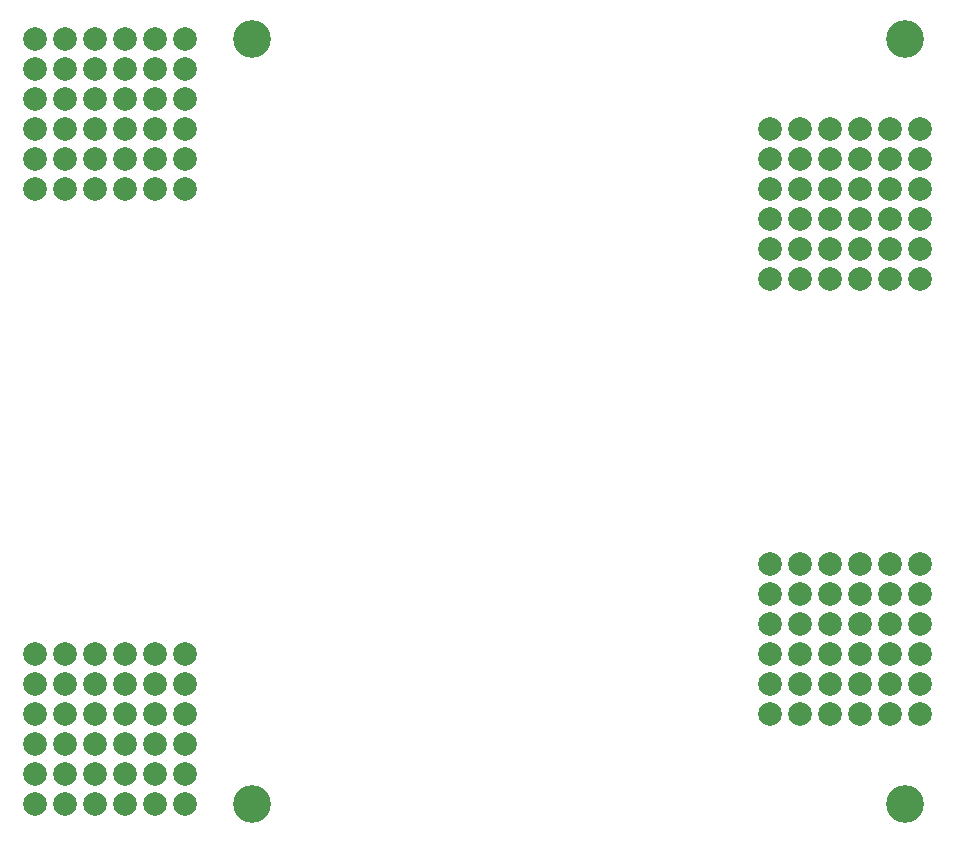
<source format=gbr>
%TF.GenerationSoftware,KiCad,Pcbnew,7.0.10-7.0.10~ubuntu22.04.1*%
%TF.CreationDate,2024-07-09T14:14:33-04:00*%
%TF.ProjectId,IcePSMNR55,49636550-534d-44e5-9235-352e6b696361,rev?*%
%TF.SameCoordinates,Original*%
%TF.FileFunction,Soldermask,Bot*%
%TF.FilePolarity,Negative*%
%FSLAX46Y46*%
G04 Gerber Fmt 4.6, Leading zero omitted, Abs format (unit mm)*
G04 Created by KiCad (PCBNEW 7.0.10-7.0.10~ubuntu22.04.1) date 2024-07-09 14:14:33*
%MOMM*%
%LPD*%
G01*
G04 APERTURE LIST*
%ADD10C,2.004000*%
%ADD11C,3.200000*%
G04 APERTURE END LIST*
D10*
%TO.C,M4*%
X101600000Y-45720000D03*
X104140000Y-45720000D03*
X106680000Y-45720000D03*
X109220000Y-45720000D03*
X111760000Y-45720000D03*
X114300000Y-45720000D03*
X114300000Y-48260000D03*
X111760000Y-48260000D03*
X109220000Y-48260000D03*
X106680000Y-48260000D03*
X104140000Y-48260000D03*
X101600000Y-48260000D03*
X101600000Y-50800000D03*
X104140000Y-50800000D03*
X106680000Y-50800000D03*
X109220000Y-50800000D03*
X111760000Y-50800000D03*
X114300000Y-50800000D03*
X114300000Y-53340000D03*
X111760000Y-53340000D03*
X109220000Y-53340000D03*
X106680000Y-53340000D03*
X104140000Y-53340000D03*
X101600000Y-53340000D03*
X101600000Y-55880000D03*
X104140000Y-55880000D03*
X106680000Y-55880000D03*
X109220000Y-55880000D03*
X111760000Y-55880000D03*
X114300000Y-55880000D03*
X114300000Y-58420000D03*
X111760000Y-58420000D03*
X109220000Y-58420000D03*
X106680000Y-58420000D03*
X104140000Y-58420000D03*
X101600000Y-58420000D03*
%TD*%
D11*
%TO.C,H1*%
X57785000Y-102870000D03*
%TD*%
D10*
%TO.C,M3*%
X101600000Y-82550000D03*
X104140000Y-82550000D03*
X106680000Y-82550000D03*
X109220000Y-82550000D03*
X111760000Y-82550000D03*
X114300000Y-82550000D03*
X114300000Y-85090000D03*
X111760000Y-85090000D03*
X109220000Y-85090000D03*
X106680000Y-85090000D03*
X104140000Y-85090000D03*
X101600000Y-85090000D03*
X101600000Y-87630000D03*
X104140000Y-87630000D03*
X106680000Y-87630000D03*
X109220000Y-87630000D03*
X111760000Y-87630000D03*
X114300000Y-87630000D03*
X114300000Y-90170000D03*
X111760000Y-90170000D03*
X109220000Y-90170000D03*
X106680000Y-90170000D03*
X104140000Y-90170000D03*
X101600000Y-90170000D03*
X101600000Y-92710000D03*
X104140000Y-92710000D03*
X106680000Y-92710000D03*
X109220000Y-92710000D03*
X111760000Y-92710000D03*
X114300000Y-92710000D03*
X114300000Y-95250000D03*
X111760000Y-95250000D03*
X109220000Y-95250000D03*
X106680000Y-95250000D03*
X104140000Y-95250000D03*
X101600000Y-95250000D03*
%TD*%
D11*
%TO.C,H2*%
X57785000Y-38100000D03*
%TD*%
%TO.C,H4*%
X113030000Y-102870000D03*
%TD*%
D10*
%TO.C,M1*%
X39370000Y-38100000D03*
X41910000Y-38100000D03*
X44450000Y-38100000D03*
X46990000Y-38100000D03*
X49530000Y-38100000D03*
X52070000Y-38100000D03*
X52070000Y-40640000D03*
X49530000Y-40640000D03*
X46990000Y-40640000D03*
X44450000Y-40640000D03*
X41910000Y-40640000D03*
X39370000Y-40640000D03*
X39370000Y-43180000D03*
X41910000Y-43180000D03*
X44450000Y-43180000D03*
X46990000Y-43180000D03*
X49530000Y-43180000D03*
X52070000Y-43180000D03*
X52070000Y-45720000D03*
X49530000Y-45720000D03*
X46990000Y-45720000D03*
X44450000Y-45720000D03*
X41910000Y-45720000D03*
X39370000Y-45720000D03*
X39370000Y-48260000D03*
X41910000Y-48260000D03*
X44450000Y-48260000D03*
X46990000Y-48260000D03*
X49530000Y-48260000D03*
X52070000Y-48260000D03*
X52070000Y-50800000D03*
X49530000Y-50800000D03*
X46990000Y-50800000D03*
X44450000Y-50800000D03*
X41910000Y-50800000D03*
X39370000Y-50800000D03*
%TD*%
D11*
%TO.C,H3*%
X113030000Y-38100000D03*
%TD*%
D10*
%TO.C,M2*%
X39390000Y-90170000D03*
X41930000Y-90170000D03*
X44470000Y-90170000D03*
X47010000Y-90170000D03*
X49550000Y-90170000D03*
X52090000Y-90170000D03*
X52090000Y-92710000D03*
X49550000Y-92710000D03*
X47010000Y-92710000D03*
X44470000Y-92710000D03*
X41930000Y-92710000D03*
X39390000Y-92710000D03*
X39390000Y-95250000D03*
X41930000Y-95250000D03*
X44470000Y-95250000D03*
X47010000Y-95250000D03*
X49550000Y-95250000D03*
X52090000Y-95250000D03*
X52090000Y-97790000D03*
X49550000Y-97790000D03*
X47010000Y-97790000D03*
X44470000Y-97790000D03*
X41930000Y-97790000D03*
X39390000Y-97790000D03*
X39390000Y-100330000D03*
X41930000Y-100330000D03*
X44470000Y-100330000D03*
X47010000Y-100330000D03*
X49550000Y-100330000D03*
X52090000Y-100330000D03*
X52090000Y-102870000D03*
X49550000Y-102870000D03*
X47010000Y-102870000D03*
X44470000Y-102870000D03*
X41930000Y-102870000D03*
X39390000Y-102870000D03*
%TD*%
M02*

</source>
